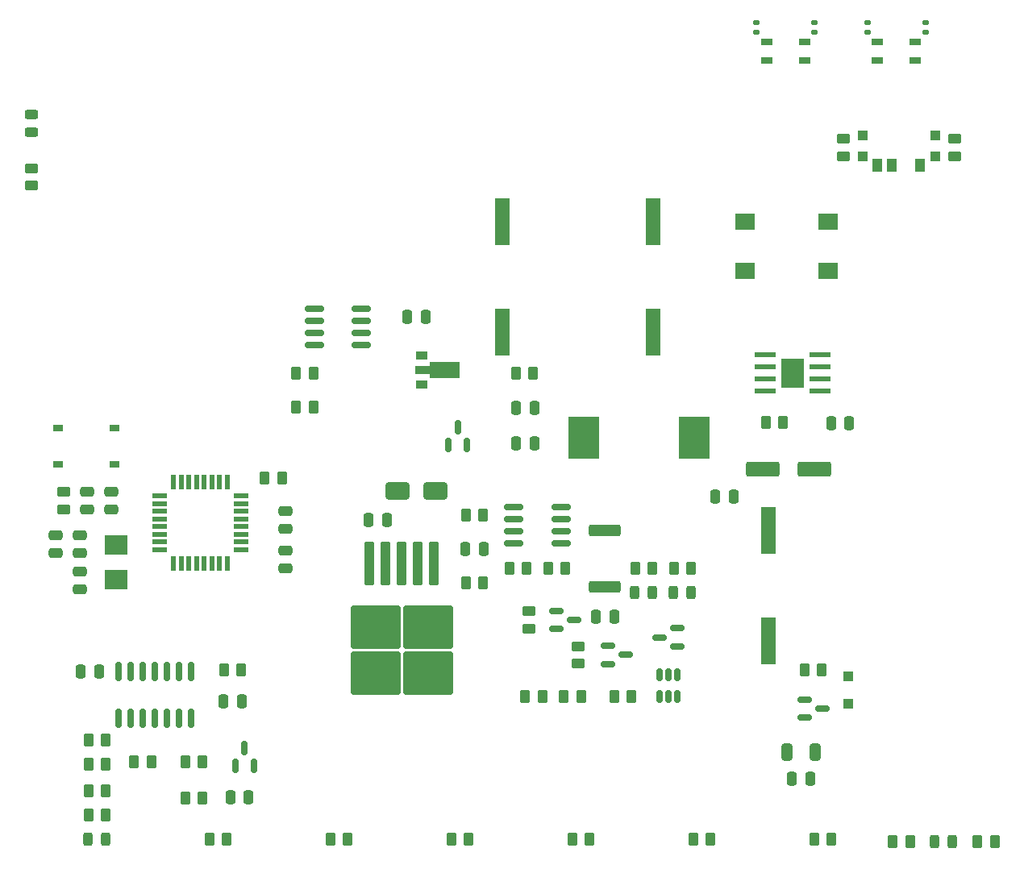
<source format=gtp>
%TF.GenerationSoftware,KiCad,Pcbnew,7.0.9-29-ge2d8d53a10*%
%TF.CreationDate,2023-11-20T00:12:08+01:00*%
%TF.ProjectId,scan-controller-kicad,7363616e-2d63-46f6-9e74-726f6c6c6572,rev?*%
%TF.SameCoordinates,Original*%
%TF.FileFunction,Paste,Top*%
%TF.FilePolarity,Positive*%
%FSLAX46Y46*%
G04 Gerber Fmt 4.6, Leading zero omitted, Abs format (unit mm)*
G04 Created by KiCad (PCBNEW 7.0.9-29-ge2d8d53a10) date 2023-11-20 00:12:08*
%MOMM*%
%LPD*%
G01*
G04 APERTURE LIST*
G04 Aperture macros list*
%AMRoundRect*
0 Rectangle with rounded corners*
0 $1 Rounding radius*
0 $2 $3 $4 $5 $6 $7 $8 $9 X,Y pos of 4 corners*
0 Add a 4 corners polygon primitive as box body*
4,1,4,$2,$3,$4,$5,$6,$7,$8,$9,$2,$3,0*
0 Add four circle primitives for the rounded corners*
1,1,$1+$1,$2,$3*
1,1,$1+$1,$4,$5*
1,1,$1+$1,$6,$7*
1,1,$1+$1,$8,$9*
0 Add four rect primitives between the rounded corners*
20,1,$1+$1,$2,$3,$4,$5,0*
20,1,$1+$1,$4,$5,$6,$7,0*
20,1,$1+$1,$6,$7,$8,$9,0*
20,1,$1+$1,$8,$9,$2,$3,0*%
%AMFreePoly0*
4,1,9,3.862500,-0.866500,0.737500,-0.866500,0.737500,-0.450000,-0.737500,-0.450000,-0.737500,0.450000,0.737500,0.450000,0.737500,0.866500,3.862500,0.866500,3.862500,-0.866500,3.862500,-0.866500,$1*%
G04 Aperture macros list end*
%ADD10RoundRect,0.250000X0.250000X0.475000X-0.250000X0.475000X-0.250000X-0.475000X0.250000X-0.475000X0*%
%ADD11RoundRect,0.250000X-1.000000X-0.650000X1.000000X-0.650000X1.000000X0.650000X-1.000000X0.650000X0*%
%ADD12R,1.000000X0.750000*%
%ADD13RoundRect,0.250000X0.475000X-0.250000X0.475000X0.250000X-0.475000X0.250000X-0.475000X-0.250000X0*%
%ADD14RoundRect,0.250000X1.425000X-0.362500X1.425000X0.362500X-1.425000X0.362500X-1.425000X-0.362500X0*%
%ADD15RoundRect,0.250000X0.450000X-0.262500X0.450000X0.262500X-0.450000X0.262500X-0.450000X-0.262500X0*%
%ADD16RoundRect,0.250000X-0.262500X-0.450000X0.262500X-0.450000X0.262500X0.450000X-0.262500X0.450000X0*%
%ADD17RoundRect,0.243750X0.243750X0.456250X-0.243750X0.456250X-0.243750X-0.456250X0.243750X-0.456250X0*%
%ADD18RoundRect,0.150000X-0.825000X-0.150000X0.825000X-0.150000X0.825000X0.150000X-0.825000X0.150000X0*%
%ADD19R,1.300000X0.900000*%
%ADD20FreePoly0,0.000000*%
%ADD21R,1.000000X1.000000*%
%ADD22R,1.000000X1.400000*%
%ADD23RoundRect,0.250000X-0.250000X-0.475000X0.250000X-0.475000X0.250000X0.475000X-0.250000X0.475000X0*%
%ADD24RoundRect,0.250000X0.262500X0.450000X-0.262500X0.450000X-0.262500X-0.450000X0.262500X-0.450000X0*%
%ADD25RoundRect,0.150000X-0.587500X-0.150000X0.587500X-0.150000X0.587500X0.150000X-0.587500X0.150000X0*%
%ADD26RoundRect,0.250000X-0.325000X-0.650000X0.325000X-0.650000X0.325000X0.650000X-0.325000X0.650000X0*%
%ADD27RoundRect,0.243750X-0.243750X-0.456250X0.243750X-0.456250X0.243750X0.456250X-0.243750X0.456250X0*%
%ADD28RoundRect,0.250000X-0.300000X0.300000X-0.300000X-0.300000X0.300000X-0.300000X0.300000X0.300000X0*%
%ADD29RoundRect,0.150000X0.587500X0.150000X-0.587500X0.150000X-0.587500X-0.150000X0.587500X-0.150000X0*%
%ADD30RoundRect,0.135000X-0.185000X0.135000X-0.185000X-0.135000X0.185000X-0.135000X0.185000X0.135000X0*%
%ADD31RoundRect,0.243750X-0.456250X0.243750X-0.456250X-0.243750X0.456250X-0.243750X0.456250X0.243750X0*%
%ADD32RoundRect,0.250000X1.500000X0.550000X-1.500000X0.550000X-1.500000X-0.550000X1.500000X-0.550000X0*%
%ADD33RoundRect,0.250000X-0.475000X0.250000X-0.475000X-0.250000X0.475000X-0.250000X0.475000X0.250000X0*%
%ADD34RoundRect,0.150000X0.150000X-0.825000X0.150000X0.825000X-0.150000X0.825000X-0.150000X-0.825000X0*%
%ADD35R,1.600000X5.000000*%
%ADD36R,2.100000X1.800000*%
%ADD37R,3.250000X4.500000*%
%ADD38RoundRect,0.150000X0.150000X-0.512500X0.150000X0.512500X-0.150000X0.512500X-0.150000X-0.512500X0*%
%ADD39R,1.200000X0.700000*%
%ADD40R,2.400000X3.100000*%
%ADD41R,2.200000X0.500000*%
%ADD42RoundRect,0.150000X0.150000X-0.587500X0.150000X0.587500X-0.150000X0.587500X-0.150000X-0.587500X0*%
%ADD43R,2.400000X2.000000*%
%ADD44R,1.600000X0.550000*%
%ADD45R,0.550000X1.600000*%
%ADD46RoundRect,0.250000X-0.450000X0.262500X-0.450000X-0.262500X0.450000X-0.262500X0.450000X0.262500X0*%
%ADD47RoundRect,0.250000X-0.300000X2.050000X-0.300000X-2.050000X0.300000X-2.050000X0.300000X2.050000X0*%
%ADD48RoundRect,0.250000X-2.375000X2.025000X-2.375000X-2.025000X2.375000X-2.025000X2.375000X2.025000X0*%
G04 APERTURE END LIST*
D10*
%TO.C,C12*%
X137211593Y-115619763D03*
X135311593Y-115619763D03*
%TD*%
D11*
%TO.C,D5*%
X168551593Y-96693763D03*
X172551593Y-96693763D03*
%TD*%
D12*
%TO.C,SW1*%
X132900000Y-90125000D03*
X138900000Y-90125000D03*
X132900000Y-93875000D03*
X138900000Y-93875000D03*
%TD*%
D13*
%TO.C,C8*%
X136007593Y-98659763D03*
X136007593Y-96759763D03*
%TD*%
D14*
%TO.C,R38*%
X190363593Y-106768263D03*
X190363593Y-100843263D03*
%TD*%
D15*
%TO.C,R42*%
X215392000Y-61551500D03*
X215392000Y-59726500D03*
%TD*%
D16*
%TO.C,R35*%
X175735093Y-106345763D03*
X177560093Y-106345763D03*
%TD*%
%TO.C,R12*%
X199611093Y-133269763D03*
X201436093Y-133269763D03*
%TD*%
D17*
%TO.C,D7*%
X199429093Y-107361763D03*
X197554093Y-107361763D03*
%TD*%
D18*
%TO.C,Q7*%
X159831000Y-77597000D03*
X159831000Y-78867000D03*
X159831000Y-80137000D03*
X159831000Y-81407000D03*
X164781000Y-81407000D03*
X164781000Y-80137000D03*
X164781000Y-78867000D03*
X164781000Y-77597000D03*
%TD*%
D19*
%TO.C,U6*%
X171141593Y-82493763D03*
D20*
X171229093Y-83993763D03*
D19*
X171141593Y-85493763D03*
%TD*%
D21*
%TO.C,SW11*%
X225024000Y-61589000D03*
X225024000Y-59389000D03*
X217424000Y-61589000D03*
X217424000Y-59389000D03*
D22*
X223474000Y-62509000D03*
X220474000Y-62509000D03*
X218974000Y-62509000D03*
%TD*%
D16*
%TO.C,R11*%
X186911093Y-133269763D03*
X188736093Y-133269763D03*
%TD*%
D23*
%TO.C,C19*%
X165537593Y-99741763D03*
X167437593Y-99741763D03*
%TD*%
D16*
%TO.C,R1*%
X181967500Y-118283763D03*
X183792500Y-118283763D03*
%TD*%
D10*
%TO.C,C14*%
X152197593Y-118791763D03*
X150297593Y-118791763D03*
%TD*%
D24*
%TO.C,R32*%
X159766000Y-87884000D03*
X157941000Y-87884000D03*
%TD*%
D16*
%TO.C,R16*%
X154608093Y-95296763D03*
X156433093Y-95296763D03*
%TD*%
D17*
%TO.C,D8*%
X195365093Y-107361763D03*
X193490093Y-107361763D03*
%TD*%
D16*
%TO.C,R9*%
X161511093Y-133269763D03*
X163336093Y-133269763D03*
%TD*%
D23*
%TO.C,C20*%
X181050000Y-88000000D03*
X182950000Y-88000000D03*
%TD*%
D25*
%TO.C,Q2*%
X190696093Y-112954763D03*
X190696093Y-114854763D03*
X192571093Y-113904763D03*
%TD*%
D26*
%TO.C,C2*%
X209462593Y-124125763D03*
X212412593Y-124125763D03*
%TD*%
D27*
%TO.C,D6*%
X136086093Y-133269763D03*
X137961093Y-133269763D03*
%TD*%
D24*
%TO.C,R31*%
X159766000Y-84328000D03*
X157941000Y-84328000D03*
%TD*%
D16*
%TO.C,R7*%
X136111093Y-130729763D03*
X137936093Y-130729763D03*
%TD*%
D28*
%TO.C,D4*%
X215900000Y-116202000D03*
X215900000Y-119002000D03*
%TD*%
D16*
%TO.C,R25*%
X136111093Y-128189763D03*
X137936093Y-128189763D03*
%TD*%
%TO.C,R14*%
X220575500Y-133523763D03*
X222400500Y-133523763D03*
%TD*%
%TO.C,R15*%
X136111093Y-122855763D03*
X137936093Y-122855763D03*
%TD*%
D29*
%TO.C,Q4*%
X197971093Y-113016263D03*
X197971093Y-111116263D03*
X196096093Y-112066263D03*
%TD*%
D25*
%TO.C,Q6*%
X211328000Y-118618000D03*
X211328000Y-120518000D03*
X213203000Y-119568000D03*
%TD*%
D30*
%TO.C,R19*%
X212366000Y-47516000D03*
X212366000Y-48536000D03*
%TD*%
D24*
%TO.C,R37*%
X186196093Y-104821763D03*
X184371093Y-104821763D03*
%TD*%
D16*
%TO.C,R10*%
X174211093Y-133269763D03*
X176036093Y-133269763D03*
%TD*%
D15*
%TO.C,R3*%
X182362593Y-111134263D03*
X182362593Y-109309263D03*
%TD*%
%TO.C,R4*%
X133500000Y-98612500D03*
X133500000Y-96787500D03*
%TD*%
D16*
%TO.C,R40*%
X193515093Y-104821763D03*
X195340093Y-104821763D03*
%TD*%
D23*
%TO.C,C17*%
X169601593Y-78405763D03*
X171501593Y-78405763D03*
%TD*%
%TO.C,C3*%
X209987593Y-126919763D03*
X211887593Y-126919763D03*
%TD*%
D24*
%TO.C,R18*%
X231290500Y-133523763D03*
X229465500Y-133523763D03*
%TD*%
D31*
%TO.C,D2*%
X130100000Y-57162500D03*
X130100000Y-59037500D03*
%TD*%
D30*
%TO.C,R22*%
X217954000Y-47516000D03*
X217954000Y-48536000D03*
%TD*%
D32*
%TO.C,C15*%
X212367593Y-94407763D03*
X206967593Y-94407763D03*
%TD*%
D23*
%TO.C,C24*%
X175697593Y-102789763D03*
X177597593Y-102789763D03*
%TD*%
D10*
%TO.C,C22*%
X203850000Y-97300000D03*
X201950000Y-97300000D03*
%TD*%
D13*
%TO.C,C9*%
X156790593Y-100691763D03*
X156790593Y-98791763D03*
%TD*%
D24*
%TO.C,R23*%
X137936093Y-125395763D03*
X136111093Y-125395763D03*
%TD*%
D33*
%TO.C,C6*%
X156790593Y-102921763D03*
X156790593Y-104821763D03*
%TD*%
D34*
%TO.C,U2*%
X139309593Y-120569763D03*
X140579593Y-120569763D03*
X141849593Y-120569763D03*
X143119593Y-120569763D03*
X144389593Y-120569763D03*
X145659593Y-120569763D03*
X146929593Y-120569763D03*
X146929593Y-115619763D03*
X145659593Y-115619763D03*
X144389593Y-115619763D03*
X143119593Y-115619763D03*
X141849593Y-115619763D03*
X140579593Y-115619763D03*
X139309593Y-115619763D03*
%TD*%
D13*
%TO.C,C4*%
X135200593Y-103231763D03*
X135200593Y-101331763D03*
%TD*%
D16*
%TO.C,R36*%
X180307093Y-104821763D03*
X182132093Y-104821763D03*
%TD*%
D35*
%TO.C,C23*%
X207508593Y-100799763D03*
X207508593Y-112399763D03*
%TD*%
D24*
%TO.C,R29*%
X213120093Y-115489763D03*
X211295093Y-115489763D03*
%TD*%
D36*
%TO.C,D1*%
X205073000Y-68443000D03*
X205073000Y-73543000D03*
X213773000Y-73543000D03*
X213773000Y-68443000D03*
%TD*%
D37*
%TO.C,L1*%
X188100000Y-91100000D03*
X199700000Y-91100000D03*
%TD*%
D38*
%TO.C,Q3*%
X196083593Y-118283763D03*
X197033593Y-118283763D03*
X197983593Y-118283763D03*
X197983593Y-116008763D03*
X197033593Y-116008763D03*
X196083593Y-116008763D03*
%TD*%
D39*
%TO.C,U4*%
X222970000Y-49513300D03*
X218970000Y-49513300D03*
X218970000Y-51437100D03*
X222970000Y-51437100D03*
%TD*%
D16*
%TO.C,R26*%
X146271093Y-125141763D03*
X148096093Y-125141763D03*
%TD*%
D40*
%TO.C,U5*%
X210048593Y-84328000D03*
D41*
X207173593Y-82423000D03*
X207173593Y-83693000D03*
X207173593Y-84963000D03*
X207173593Y-86233000D03*
X212923593Y-86233000D03*
X212923593Y-84963000D03*
X212923593Y-83693000D03*
X212923593Y-82423000D03*
%TD*%
D16*
%TO.C,R6*%
X186031500Y-118283763D03*
X187856500Y-118283763D03*
%TD*%
D35*
%TO.C,C18*%
X179568593Y-68414763D03*
X179568593Y-80014763D03*
%TD*%
D42*
%TO.C,U8*%
X173950000Y-91837500D03*
X175850000Y-91837500D03*
X174900000Y-89962500D03*
%TD*%
D16*
%TO.C,R39*%
X197579093Y-104821763D03*
X199404093Y-104821763D03*
%TD*%
%TO.C,R13*%
X212311093Y-133269763D03*
X214136093Y-133269763D03*
%TD*%
D18*
%TO.C,U9*%
X180776593Y-98344763D03*
X180776593Y-99614763D03*
X180776593Y-100884763D03*
X180776593Y-102154763D03*
X185726593Y-102154763D03*
X185726593Y-100884763D03*
X185726593Y-99614763D03*
X185726593Y-98344763D03*
%TD*%
D16*
%TO.C,R8*%
X148811093Y-133269763D03*
X150636093Y-133269763D03*
%TD*%
D13*
%TO.C,C5*%
X135200593Y-107041763D03*
X135200593Y-105141763D03*
%TD*%
D16*
%TO.C,R34*%
X175735093Y-99233763D03*
X177560093Y-99233763D03*
%TD*%
D43*
%TO.C,Y1*%
X139010593Y-102336763D03*
X139010593Y-106036763D03*
%TD*%
D44*
%TO.C,U1*%
X143625593Y-97236763D03*
X143625593Y-98036763D03*
X143625593Y-98836763D03*
X143625593Y-99636763D03*
X143625593Y-100436763D03*
X143625593Y-101236763D03*
X143625593Y-102036763D03*
X143625593Y-102836763D03*
D45*
X145075593Y-104286763D03*
X145875593Y-104286763D03*
X146675593Y-104286763D03*
X147475593Y-104286763D03*
X148275593Y-104286763D03*
X149075593Y-104286763D03*
X149875593Y-104286763D03*
X150675593Y-104286763D03*
D44*
X152125593Y-102836763D03*
X152125593Y-102036763D03*
X152125593Y-101236763D03*
X152125593Y-100436763D03*
X152125593Y-99636763D03*
X152125593Y-98836763D03*
X152125593Y-98036763D03*
X152125593Y-97236763D03*
D45*
X150675593Y-95786763D03*
X149875593Y-95786763D03*
X149075593Y-95786763D03*
X148275593Y-95786763D03*
X147475593Y-95786763D03*
X146675593Y-95786763D03*
X145875593Y-95786763D03*
X145075593Y-95786763D03*
%TD*%
D35*
%TO.C,C1*%
X195443593Y-80014763D03*
X195443593Y-68414763D03*
%TD*%
D15*
%TO.C,R2*%
X187521093Y-114817263D03*
X187521093Y-112992263D03*
%TD*%
D10*
%TO.C,C11*%
X191313593Y-109901763D03*
X189413593Y-109901763D03*
%TD*%
D16*
%TO.C,R30*%
X207231093Y-89454763D03*
X209056093Y-89454763D03*
%TD*%
D24*
%TO.C,R24*%
X148096093Y-128951763D03*
X146271093Y-128951763D03*
%TD*%
D13*
%TO.C,C7*%
X138547593Y-98659763D03*
X138547593Y-96759763D03*
%TD*%
D30*
%TO.C,R21*%
X206270000Y-47516000D03*
X206270000Y-48536000D03*
%TD*%
D16*
%TO.C,R33*%
X180987500Y-84300000D03*
X182812500Y-84300000D03*
%TD*%
D25*
%TO.C,Q1*%
X185235093Y-109271763D03*
X185235093Y-111171763D03*
X187110093Y-110221763D03*
%TD*%
D13*
%TO.C,C10*%
X132700000Y-103250000D03*
X132700000Y-101350000D03*
%TD*%
D46*
%TO.C,R17*%
X130100000Y-62787500D03*
X130100000Y-64612500D03*
%TD*%
D42*
%TO.C,Q5*%
X151567593Y-125571263D03*
X153467593Y-125571263D03*
X152517593Y-123696263D03*
%TD*%
D47*
%TO.C,U7*%
X172427593Y-104283763D03*
X170727593Y-104283763D03*
X169027593Y-104283763D03*
D48*
X171802593Y-111008763D03*
X166252593Y-111008763D03*
X171802593Y-115858763D03*
X166252593Y-115858763D03*
D47*
X167327593Y-104283763D03*
X165627593Y-104283763D03*
%TD*%
D23*
%TO.C,C13*%
X151022093Y-128851763D03*
X152922093Y-128851763D03*
%TD*%
D46*
%TO.C,R41*%
X227076000Y-59726500D03*
X227076000Y-61551500D03*
%TD*%
D24*
%TO.C,R28*%
X152160093Y-115489763D03*
X150335093Y-115489763D03*
%TD*%
D39*
%TO.C,U3*%
X211318000Y-49513300D03*
X207318000Y-49513300D03*
X207318000Y-51437100D03*
X211318000Y-51437100D03*
%TD*%
D16*
%TO.C,R27*%
X140899593Y-125141763D03*
X142724593Y-125141763D03*
%TD*%
D30*
%TO.C,R20*%
X224050000Y-47516000D03*
X224050000Y-48536000D03*
%TD*%
D23*
%TO.C,C16*%
X214102393Y-89581763D03*
X216002393Y-89581763D03*
%TD*%
D27*
%TO.C,D3*%
X224986093Y-133523763D03*
X226861093Y-133523763D03*
%TD*%
D23*
%TO.C,C21*%
X181050000Y-91700000D03*
X182950000Y-91700000D03*
%TD*%
D24*
%TO.C,R5*%
X193157593Y-118283763D03*
X191332593Y-118283763D03*
%TD*%
M02*

</source>
